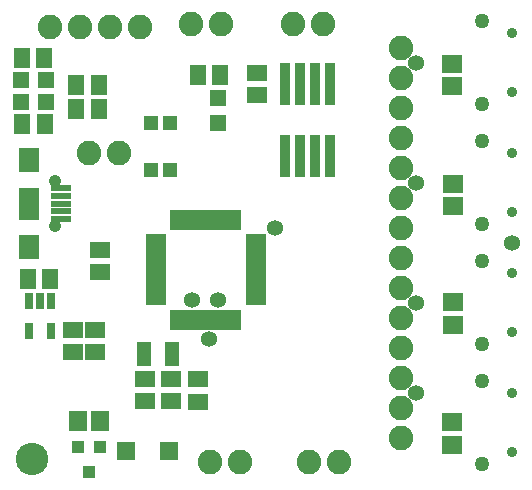
<source format=gts>
G75*
%MOIN*%
%OFA0B0*%
%FSLAX25Y25*%
%IPPOS*%
%LPD*%
%AMOC8*
5,1,8,0,0,1.08239X$1,22.5*
%
%ADD10C,0.10800*%
%ADD11R,0.05682X0.06706*%
%ADD12R,0.06706X0.05682*%
%ADD13R,0.05524X0.05524*%
%ADD14R,0.04737X0.04737*%
%ADD15R,0.02965X0.05524*%
%ADD16R,0.05131X0.08280*%
%ADD17R,0.06706X0.05918*%
%ADD18R,0.01902X0.06706*%
%ADD19R,0.06706X0.01902*%
%ADD20R,0.06509X0.02375*%
%ADD21C,0.04146*%
%ADD22R,0.06693X0.07874*%
%ADD23R,0.06693X0.10630*%
%ADD24C,0.08200*%
%ADD25R,0.03200X0.14000*%
%ADD26C,0.03500*%
%ADD27C,0.05000*%
%ADD28R,0.03950X0.04343*%
%ADD29R,0.06312X0.06312*%
%ADD30R,0.05918X0.06706*%
%ADD31C,0.05359*%
D10*
X0022346Y0014400D03*
D11*
X0021042Y0074464D03*
X0028523Y0074464D03*
X0026587Y0125900D03*
X0019106Y0125900D03*
X0037106Y0130900D03*
X0044587Y0130900D03*
X0044634Y0139121D03*
X0037154Y0139121D03*
X0026395Y0147860D03*
X0018914Y0147860D03*
X0077606Y0142400D03*
X0085087Y0142400D03*
D12*
X0097346Y0143140D03*
X0097346Y0135660D03*
X0044982Y0084148D03*
X0044982Y0076668D03*
X0043408Y0057419D03*
X0035946Y0057388D03*
X0035946Y0049908D03*
X0043408Y0049939D03*
X0059972Y0041078D03*
X0059972Y0033598D03*
X0068590Y0033652D03*
X0068590Y0041132D03*
X0077815Y0040932D03*
X0077815Y0033452D03*
D13*
X0084346Y0126266D03*
X0084346Y0134534D03*
X0026980Y0133400D03*
X0026980Y0140791D03*
X0018713Y0140791D03*
X0018713Y0133400D03*
D14*
X0062221Y0126274D03*
X0068520Y0126274D03*
X0068520Y0110526D03*
X0062221Y0110526D03*
D15*
X0028735Y0067159D03*
X0024994Y0067159D03*
X0021254Y0067159D03*
X0021254Y0056922D03*
X0028735Y0056922D03*
D16*
X0059558Y0049488D03*
X0069007Y0049488D03*
D17*
X0162346Y0026640D03*
X0162346Y0019160D03*
X0162846Y0059160D03*
X0162846Y0066640D03*
X0162846Y0098660D03*
X0162846Y0106140D03*
X0162346Y0138660D03*
X0162346Y0146140D03*
D18*
X0091173Y0094132D03*
X0089205Y0094132D03*
X0087236Y0094132D03*
X0085268Y0094132D03*
X0083299Y0094132D03*
X0081331Y0094132D03*
X0079362Y0094132D03*
X0077394Y0094132D03*
X0075425Y0094132D03*
X0073457Y0094132D03*
X0071488Y0094132D03*
X0069520Y0094132D03*
X0069520Y0060668D03*
X0071488Y0060668D03*
X0073457Y0060668D03*
X0075425Y0060668D03*
X0077394Y0060668D03*
X0079362Y0060668D03*
X0081331Y0060668D03*
X0083299Y0060668D03*
X0085268Y0060668D03*
X0087236Y0060668D03*
X0089205Y0060668D03*
X0091173Y0060668D03*
D19*
X0097079Y0066573D03*
X0097079Y0068542D03*
X0097079Y0070510D03*
X0097079Y0072479D03*
X0097079Y0074447D03*
X0097079Y0076416D03*
X0097079Y0078384D03*
X0097079Y0080353D03*
X0097079Y0082321D03*
X0097079Y0084290D03*
X0097079Y0086258D03*
X0097079Y0088227D03*
X0063614Y0088227D03*
X0063614Y0086258D03*
X0063614Y0084290D03*
X0063614Y0082321D03*
X0063614Y0080353D03*
X0063614Y0078384D03*
X0063614Y0076416D03*
X0063614Y0074447D03*
X0063614Y0072479D03*
X0063614Y0070510D03*
X0063614Y0068542D03*
X0063614Y0066573D03*
D20*
X0032075Y0094282D03*
X0032075Y0096841D03*
X0032075Y0099400D03*
X0032075Y0101959D03*
X0032075Y0104518D03*
D21*
X0030008Y0106880D03*
X0030008Y0091920D03*
D22*
X0021346Y0084896D03*
X0021346Y0113904D03*
D23*
X0021346Y0099400D03*
D24*
X0041346Y0116400D03*
X0051346Y0116400D03*
X0048346Y0158400D03*
X0038346Y0158400D03*
X0028346Y0158400D03*
X0058346Y0158400D03*
X0075346Y0159400D03*
X0085346Y0159400D03*
X0109346Y0159400D03*
X0119346Y0159400D03*
X0145346Y0151400D03*
X0145346Y0141400D03*
X0145346Y0131400D03*
X0145346Y0121400D03*
X0145346Y0111400D03*
X0145346Y0101400D03*
X0145346Y0091400D03*
X0145346Y0081400D03*
X0145346Y0071400D03*
X0145346Y0061400D03*
X0145346Y0051400D03*
X0145346Y0041400D03*
X0145346Y0031400D03*
X0145346Y0021400D03*
X0124846Y0013400D03*
X0114846Y0013400D03*
X0091846Y0013400D03*
X0081846Y0013400D03*
D25*
X0106846Y0115300D03*
X0111846Y0115300D03*
X0116846Y0115300D03*
X0121846Y0115300D03*
X0121846Y0139500D03*
X0116846Y0139500D03*
X0111846Y0139500D03*
X0106846Y0139500D03*
D26*
X0182346Y0136557D03*
X0182346Y0156243D03*
X0182346Y0116243D03*
X0182346Y0096557D03*
X0182346Y0076243D03*
X0182346Y0056557D03*
X0182346Y0036243D03*
X0182346Y0016557D03*
D27*
X0172504Y0012620D03*
X0172504Y0040180D03*
X0172504Y0052620D03*
X0172504Y0080180D03*
X0172504Y0092620D03*
X0172504Y0120180D03*
X0172504Y0132620D03*
X0172504Y0160180D03*
D28*
X0045087Y0018337D03*
X0037606Y0018337D03*
X0041346Y0010069D03*
D29*
X0053563Y0016900D03*
X0068130Y0016900D03*
D30*
X0045087Y0026900D03*
X0037606Y0026900D03*
D31*
X0081346Y0054453D03*
X0084346Y0067339D03*
X0075607Y0067400D03*
X0103277Y0091470D03*
X0150346Y0106400D03*
X0182346Y0086400D03*
X0150346Y0066400D03*
X0150346Y0036400D03*
X0150346Y0146400D03*
M02*

</source>
